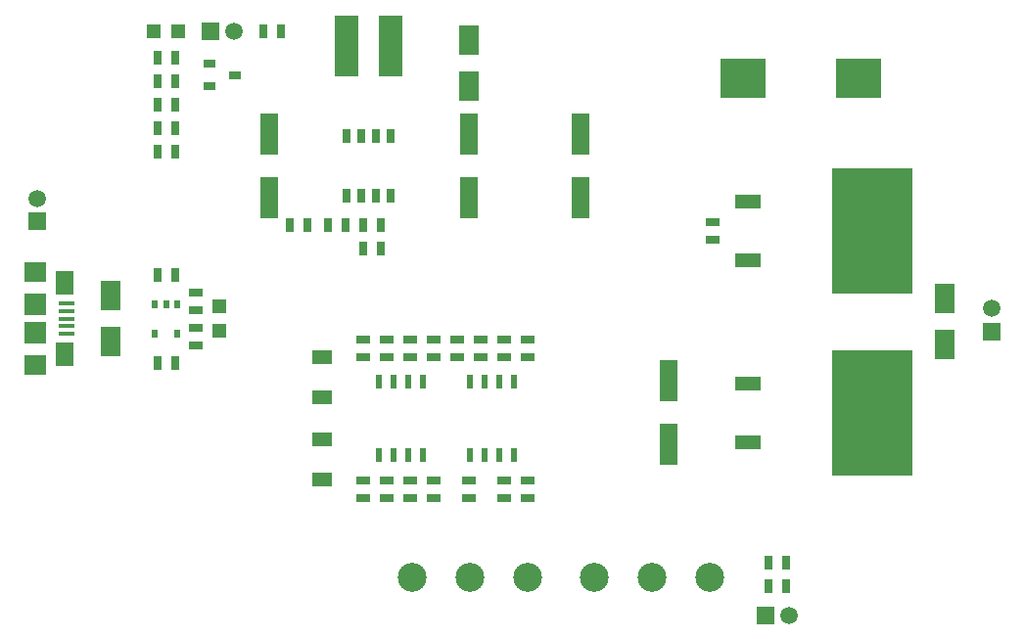
<source format=gts>
G04 #@! TF.FileFunction,Soldermask,Top*
%FSLAX46Y46*%
G04 Gerber Fmt 4.6, Leading zero omitted, Abs format (unit mm)*
G04 Created by KiCad (PCBNEW 0.201502040101+5404~21~ubuntu14.04.1-product) date Fre 06 Feb 2015 15:42:55 CET*
%MOMM*%
G01*
G04 APERTURE LIST*
%ADD10C,0.050000*%
%ADD11R,1.600200X3.599180*%
%ADD12R,1.143000X0.635000*%
%ADD13R,0.635000X1.143000*%
%ADD14R,1.900000X1.900000*%
%ADD15R,1.900000X1.800000*%
%ADD16R,1.600000X2.100000*%
%ADD17R,1.350000X0.400000*%
%ADD18R,1.800860X2.499360*%
%ADD19R,1.699260X1.300480*%
%ADD20R,1.198880X1.198880*%
%ADD21R,1.500000X1.500000*%
%ADD22C,1.500000*%
%ADD23R,2.150000X5.300000*%
%ADD24R,6.997700X10.800080*%
%ADD25R,2.286000X1.143000*%
%ADD26R,1.000760X0.800100*%
%ADD27R,4.000000X3.400000*%
%ADD28C,2.499360*%
%ADD29R,0.508000X1.143000*%
%ADD30R,0.508000X0.762000*%
%ADD31R,0.762000X1.143000*%
G04 APERTURE END LIST*
D10*
D11*
X147320000Y-81069180D03*
X147320000Y-86570820D03*
D12*
X128524000Y-98806000D03*
X128524000Y-100330000D03*
D13*
X165100000Y-118110000D03*
X163576000Y-118110000D03*
D12*
X128524000Y-112522000D03*
X128524000Y-110998000D03*
X132588000Y-110998000D03*
X132588000Y-112522000D03*
D11*
X154940000Y-102405180D03*
X154940000Y-107906820D03*
D13*
X110744000Y-100838000D03*
X112268000Y-100838000D03*
X110744000Y-93218000D03*
X112268000Y-93218000D03*
D11*
X120396000Y-81069180D03*
X120396000Y-86570820D03*
X137668000Y-81069180D03*
X137668000Y-86570820D03*
D13*
X123698000Y-88900000D03*
X122174000Y-88900000D03*
D14*
X100195000Y-98228000D03*
X100195000Y-95828000D03*
D15*
X100195000Y-101028000D03*
X100195000Y-93028000D03*
D16*
X102745000Y-93928000D03*
X102745000Y-100128000D03*
D17*
X102870000Y-95728000D03*
X102870000Y-96378000D03*
X102870000Y-98328000D03*
X102870000Y-97678000D03*
X102870000Y-97028000D03*
D18*
X178816000Y-95283020D03*
X178816000Y-99280980D03*
D19*
X124968000Y-100357940D03*
X124968000Y-103858060D03*
X124968000Y-107469940D03*
X124968000Y-110970060D03*
D18*
X106680000Y-99026980D03*
X106680000Y-95029020D03*
D20*
X116078000Y-98077020D03*
X116078000Y-95978980D03*
D18*
X137668000Y-72931020D03*
X137668000Y-76928980D03*
D20*
X112555020Y-72136000D03*
X110456980Y-72136000D03*
D21*
X100330000Y-88630000D03*
D22*
X100330000Y-86630000D03*
D23*
X127107000Y-73406000D03*
X130957000Y-73406000D03*
D21*
X163338000Y-122682000D03*
D22*
X165338000Y-122682000D03*
D24*
X172593000Y-89408000D03*
D25*
X161798000Y-91948000D03*
X161798000Y-86868000D03*
D24*
X172593000Y-105156000D03*
D25*
X161798000Y-107696000D03*
X161798000Y-102616000D03*
D26*
X117431820Y-75946000D03*
X115232180Y-76898500D03*
X115232180Y-74993500D03*
D12*
X134620000Y-100330000D03*
X134620000Y-98806000D03*
X134620000Y-112522000D03*
X134620000Y-110998000D03*
D27*
X161370000Y-76200000D03*
X171370000Y-76200000D03*
D12*
X130556000Y-100330000D03*
X130556000Y-98806000D03*
D13*
X163576000Y-120142000D03*
X165100000Y-120142000D03*
D12*
X130556000Y-110998000D03*
X130556000Y-112522000D03*
X132588000Y-100330000D03*
X132588000Y-98806000D03*
X137668000Y-112522000D03*
X137668000Y-110998000D03*
X140716000Y-112522000D03*
X140716000Y-110998000D03*
X158750000Y-90170000D03*
X158750000Y-88646000D03*
X136652000Y-100330000D03*
X136652000Y-98806000D03*
X138684000Y-100330000D03*
X138684000Y-98806000D03*
X142748000Y-112522000D03*
X142748000Y-110998000D03*
X142748000Y-98806000D03*
X142748000Y-100330000D03*
X140716000Y-98806000D03*
X140716000Y-100330000D03*
X114046000Y-97790000D03*
X114046000Y-99314000D03*
X114046000Y-96266000D03*
X114046000Y-94742000D03*
D13*
X121412000Y-72136000D03*
X119888000Y-72136000D03*
X130048000Y-90932000D03*
X128524000Y-90932000D03*
X110744000Y-74422000D03*
X112268000Y-74422000D03*
X110744000Y-82550000D03*
X112268000Y-82550000D03*
X110744000Y-76454000D03*
X112268000Y-76454000D03*
X128524000Y-88900000D03*
X130048000Y-88900000D03*
X127000000Y-88900000D03*
X125476000Y-88900000D03*
X112268000Y-80518000D03*
X110744000Y-80518000D03*
X110744000Y-78486000D03*
X112268000Y-78486000D03*
D28*
X153494740Y-119380000D03*
X148493480Y-119380000D03*
X158496000Y-119380000D03*
X137746740Y-119380000D03*
X132745480Y-119380000D03*
X142748000Y-119380000D03*
D21*
X182880000Y-98155000D03*
D22*
X182880000Y-96155000D03*
D21*
X115332000Y-72136000D03*
D22*
X117332000Y-72136000D03*
D29*
X133731000Y-108839000D03*
X132461000Y-108839000D03*
X131191000Y-108839000D03*
X129921000Y-108839000D03*
X129921000Y-102489000D03*
X131191000Y-102489000D03*
X132461000Y-102489000D03*
X133731000Y-102489000D03*
X141605000Y-108839000D03*
X140335000Y-108839000D03*
X139065000Y-108839000D03*
X137795000Y-108839000D03*
X137795000Y-102489000D03*
X139065000Y-102489000D03*
X140335000Y-102489000D03*
X141605000Y-102489000D03*
D30*
X112458500Y-95758000D03*
X110553500Y-95758000D03*
X112458500Y-98298000D03*
X111506000Y-95758000D03*
X110553500Y-98298000D03*
D31*
X129667000Y-86423500D03*
X130937000Y-86423500D03*
X128397000Y-86423500D03*
X127127000Y-86423500D03*
X127127000Y-81216500D03*
X128397000Y-81216500D03*
X130937000Y-81216500D03*
X129667000Y-81216500D03*
M02*

</source>
